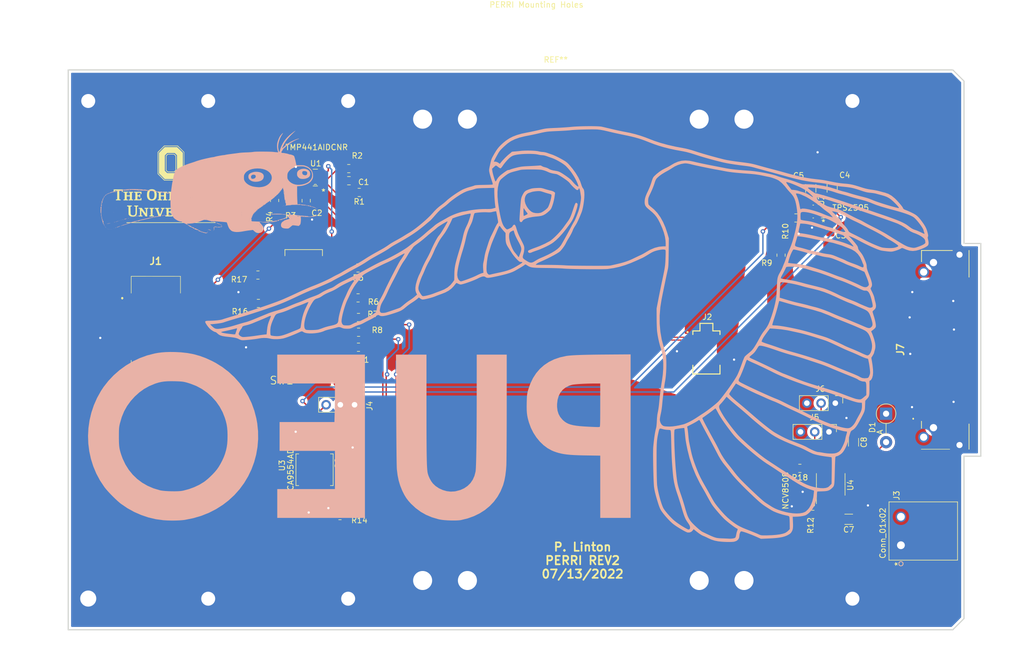
<source format=kicad_pcb>
(kicad_pcb (version 20211014) (generator pcbnew)
  (layers (0 "F.Cu" signal) (31 "B.Cu" signal) (34 "B.Paste" user) (35 "F.Paste" user) (36 "B.SilkS" user "B.Silkscreen") (37 "F.SilkS" user "F.Silkscreen") (38 "B.Mask" user) (39 "F.Mask" user) (44 "Edge.Cuts" user))
  (net 0 "")
  (net 1 "Net-(C1-Pad1)")
  (net 2 "GND")
  (net 3 "+12V")
  (net 4 "/12V_To_Hat")
  (net 5 "+5V")
  (net 6 "/DXN")
  (net 7 "/DXP")
  (net 8 "Net-(R16-Pad1)")
  (net 9 "Net-(R17-Pad1)")
  (net 10 "/SDA")
  (net 11 "/SCL")
  (net 12 "Net-(J6-Pad2)")
  (net 13 "/DS_EN")
  (net 14 "/To_Efuse_EN")
  (net 15 "/GPIO_EN")
  (net 16 "/TMP_A1")
  (net 17 "/TMP_A0")
  (net 18 "/FLT")
  (net 19 "/GPIO_A0")
  (net 20 "Net-(R18-Pad1)")
  (net 21 "/GPIO_A1")
  (net 22 "/GPIO_A2")
  (net 30 "Net-(C1-Pad2)")
  (net 31 "Net-(C3-Pad1)")
  (net 32 "Net-(C8-Pad2)")
  (net 40 "Net-(J5-Pad2)")
  (net 112 "Net-(R10-Pad1)")
  (net 113 "Net-(R12-Pad2)")
  (footprint "footprints:1757242" (layer "F.Cu") (at 237.11 126.05 90)
    (fp_text reference "J3")
    (fp_text value "Conn_01x02")
  )
  (footprint "Resistor_SMD:R_0805_2012Metric" (layer "F.Cu") (at 127.98 69.59 90)
    (fp_text reference "R3")
    (fp_text value "R_US")
  )
  (footprint "Capacitor_SMD:C_1206_3216Metric" (layer "F.Cu") (at 221.01 67.39 90)
    (fp_text reference "C5")
    (fp_text value "C_Polarized_US")
  )
  (footprint "footprints:OSU_Logo" (layer "F.Cu") (at 106.73 66.65)
    (fp_text reference "G***" hide)
    (fp_text value "LOGO" hide)
  )
  (footprint "Diode_THT:D_DO-41_SOD81_P5.08mm_Vertical_AnodeUp" (layer "F.Cu") (at 234.46 107.637818 -90)
    (fp_text reference "D1")
    (fp_text value "DIODE")
  )
  (footprint "Resistor_SMD:R_0805_2012Metric" (layer "F.Cu") (at 215.7 79.32 -90)
    (fp_text reference "R9")
    (fp_text value "R_US")
  )
  (footprint "Capacitor_SMD:C_1206_3216Metric" (layer "F.Cu") (at 224.83 67.37 90)
    (fp_text reference "C4")
    (fp_text value "C_Polarized_US")
  )
  (footprint "Resistor_SMD:R_0805_2012Metric" (layer "F.Cu") (at 140.35625 68.11 180)
    (fp_text reference "R1")
    (fp_text value "R_US")
  )
  (footprint "Resistor_SMD:R_0805_2012Metric" (layer "F.Cu") (at 140.15 86.95)
    (fp_text reference "R6")
    (fp_text value "R_US")
  )
  (footprint "footprints:PUEO150" (layer "F.Cu") (at 166.98 93.4)
    (fp_text reference "G***" hide)
    (fp_text value "LOGO" hide)
  )
  (footprint "footprints:302010030000" (layer "F.Cu") (at 103.8 92.1 -90)
    (fp_text reference "J1")
    (fp_text value "Conn_02x05_Counter_Clockwise" hide)
  )
  (footprint "footprints:SAMTEC_SS5-10-3.00-X-D-K-XX" (layer "F.Cu") (at 202.369396 96.233 90)
    (fp_text reference "J2")
    (fp_text value "SS5-10-3.00-X-D-K-XX")
  )
  (footprint "Connector_PinHeader_2.54mm:PinHeader_1x03_P2.54mm_Vertical" (layer "F.Cu") (at 139.52 106.04 -90)
    (fp_text reference "J4")
    (fp_text value "Conn_01x03")
  )
  (footprint "Capacitor_SMD:C_1206_3216Metric" (layer "F.Cu") (at 228.65 112.74 -90)
    (fp_text reference "C8")
    (fp_text value "0.1uF")
  )
  (footprint "Resistor_SMD:R_0805_2012Metric" (layer "F.Cu") (at 136.92 123.67 180)
    (fp_text reference "R15")
    (fp_text value "R_US")
  )
  (footprint "Capacitor_SMD:C_0805_2012Metric" (layer "F.Cu") (at 138.24 116.53 90)
    (fp_text reference "C6")
    (fp_text value "C_Small")
  )
  (footprint "footprints:FX23100S05SH" (layer "F.Cu") (at 245.027996 96.233 90)
    (fp_text reference "J7")
    (fp_text value "Conn_02x50_Counter_Clockwise" hide)
  )
  (footprint "Package_SO:SOIC-8-1EP_3.9x4.9mm_P1.27mm_EP2.514x3.2mm" (layer "F.Cu") (at 224.569725 120.262425 90)
    (fp_text reference "U4")
    (fp_text value "NCV8508")
  )
  (footprint "footprints:Perry" (layer "F.Cu") (at 113.77 67.73)
    (fp_text reference "G***" hide)
    (fp_text value "LOGO" hide)
  )
  (footprint "Resistor_SMD:R_0805_2012Metric" (layer "F.Cu") (at 140.24 93.08)
    (fp_text reference "R8")
    (fp_text value "R_US")
  )
  (footprint "Connector_PinHeader_2.54mm:PinHeader_1x03_P2.54mm_Vertical" (layer "F.Cu") (at 225.39 105.75 -90)
    (fp_text reference "J6")
    (fp_text value "Conn_01x03")
  )
  (footprint "Connector_PinHeader_2.54mm:PinHeader_1x03_P2.54mm_Vertical" (layer "F.Cu") (at 224.26 110.88 -90)
    (fp_text reference "J5")
    (fp_text value "Conn_01x03")
  )
  (footprint "Resistor_SMD:R_0805_2012Metric" (layer "F.Cu") (at 138.48625 63.86 180)
    (fp_text reference "R2")
    (fp_text value "R_US")
  )
  (footprint "Resistor_SMD:R_0805_2012Metric" (layer "F.Cu") (at 218.36 72.67 180)
    (fp_text reference "R10")
    (fp_text value "R_US")
  )
  (footprint "TPS441:TPS259525DSGR" (layer "F.Cu") (at 222.4352 71.5242 180)
    (fp_text reference "U2")
    (fp_text value "TPS2595")
  )
  (footprint "Capacitor_SMD:C_0805_2012Metric" (layer "F.Cu") (at 130.88 69.59 -90)
    (fp_text reference "C2")
    (fp_text value "C_Small")
  )
  (footprint "footprints:PERRI_Outline" (layer "F.Cu") (at 175.391196 90.2348)
    (fp_text reference "REF**")
    (fp_text value "PERRI_Outline")
    (fp_line (start 72.9882 24.9944) (end 72.9882 53.9944) (layer "Edge.Cuts") (width 0.2))
    (fp_line (start 75.9882 24.9944) (end 72.9882 24.9944) (layer "Edge.Cuts") (width 0.2))
    (fp_line (start 72.9882 -13.0056) (end 75.9882 -13.0056) (layer "Edge.Cuts") (width 0.2))
    (fp_line (start 70.9882 55.9944) (end -87.0118 55.9944) (layer "Edge.Cuts") (width 0.2))
    (fp_line (start 72.9882 -42.0056) (end 72.9882 -13.0056) (layer "Edge.Cuts") (width 0.2))
    (fp_line (start -87.0118 55.9944) (end -87.0118 -44.0056) (layer "Edge.Cuts") (width 0.2))
    (fp_line (start 75.9882 -13.0056) (end 75.9882 24.9944) (layer "Edge.Cuts") (width 0.2))
    (fp_line (start 70.9882 -44.0056) (end 72.9882 -42.0056) (layer "Edge.Cuts") (width 0.2))
    (fp_line (start -87.0118 -44.0056) (end 70.9882 -44.0056) (layer "Edge.Cuts") (width 0.2))
    (fp_line (start 72.9882 53.9944) (end 70.9882 55.9944) (layer "Edge.Cuts") (width 0.2))
  )
  (footprint "Resistor_SMD:R_0805_2012Metric" (layer "F.Cu") (at 122.26 82.87 180)
    (fp_text reference "R17")
    (fp_text value "R_US")
  )
  (footprint "Resistor_SMD:R_0805_2012Metric" (layer "F.Cu") (at 136.92 125.84 180)
    (fp_text reference "R14")
    (fp_text value "R_US")
  )
  (footprint "Resistor_SMD:R_0805_2012Metric" (layer "F.Cu") (at 219.06 117.4 180)
    (fp_text reference "R18")
    (fp_text value "R_US")
  )
  (footprint "Resistor_SMD:R_0805_2012Metric" (layer "F.Cu") (at 125.24 69.55 90)
    (fp_text reference "R4")
    (fp_text value "R_US")
  )
  (footprint "Resistor_SMD:R_0805_2012Metric" (layer "F.Cu") (at 140.22 95.76)
    (fp_text reference "R11")
    (fp_text value "R_US")
  )
  (footprint "footprints:TMP441AIDCNR" (layer "F.Cu") (at 132.514601 65.46165 180)
    (fp_text reference "U1")
    (fp_text value "TMP441AIDCNR")
  )
  (footprint "Resistor_SMD:R_0805_2012Metric" (layer "F.Cu") (at 140.14 81.6)
    (fp_text reference "R5")
    (fp_text value "R_US")
  )
  (footprint "PCA9554ADB:PCA9554ADB" (layer "F.Cu") (at 132.3775 117.64195 -90)
    (fp_text reference "U3")
    (fp_text value "PCA9554ADB")
  )
  (footprint "Resistor_SMD:R_0805_2012Metric" (layer "F.Cu") (at 135.39 101.93 180)
    (fp_text reference "R13")
    (fp_text value "R_US")
  )
  (footprint "Resistor_SMD:R_0805_2012Metric" (layer "F.Cu") (at 140.22 90.45)
    (fp_text reference "R7")
    (fp_text value "R_US")
  )
  (footprint "footprints:SW_219-8LPSTRF" (layer "F.Cu") (at 130.430299 89.23 180)
    (fp_text reference "SW1")
    (fp_text value "SW_DIP_x08")
  )
  (footprint "footprints:PERRI_Mounting_Holes" (layer "F.Cu") (at 172.579551 90.239551)
    (fp_text reference "PERRI Mounting Holes")
    (fp_text value "PERRI_Mounting_Holes")
  )
  (footprint "Capacitor_SMD:C_0805_2012Metric" (layer "F.Cu") (at 138.51625 66.02 180)
    (fp_text reference "C1")
    (fp_text value "C_Small")
  )
  (footprint "Capacitor_SMD:C_0805_2012Metric" (layer "F.Cu") (at 224.5 74.51 -90)
    (fp_text reference "C3")
    (fp_text value "C")
  )
  (footprint "Resistor_SMD:R_0805_2012Metric" (layer "F.Cu") (at 221.38 125.62)
    (fp_text reference "R12")
    (fp_text value "R_US")
  )
  (footprint "Capacitor_SMD:C_1206_3216Metric" (layer "F.Cu") (at 227.79 126.49 180)
    (fp_text reference "C7")
    (fp_text value "1uF")
  )
  (footprint "Resistor_SMD:R_0805_2012Metric" (layer "F.Cu") (at 122.34165 87.94 180)
    (fp_text reference "R16")
    (fp_text value "R_US")
  )
  (gr_text "P. Linton\nPERRI REV2\n07/13/2022" (at 180.25 133.86) (layer "F.SilkS") (effects (font (size 1.5 1.5) (thickness 0.3))))
  (segment (start 136.12625 68.12) (end 139.43375 68.12) (width 0.25) (layer "F.Cu") (net 1))
  (segment (start 133.708401 66.436649) (end 134.442899 66.436649) (width 0.25) (layer "F.Cu") (net 1))
  (segment (start 139.44375 66.0425) (end 139.46625 66.02) (width 0.25) (layer "F.Cu") (net 1))
  (segment (start 139.44375 68.11) (end 139.44375 66.0425) (width 0.25) (layer "F.Cu") (net 1))
  (segment (start 139.43375 68.12) (end 139.44375 68.11) (width 0.25) (layer "F.Cu") (net 1))
  (segment (start 134.442899 66.436649) (end 136.12625 68.12) (width 0.25) (layer "F.Cu") (net 1))
  (segment (start 130.102501 111.962501) (end 129 110.86) (width 0.25) (layer "F.Cu") (net 2))
  (segment (start 239.727 87.983) (end 238.67 89.04) (width 0.25) (layer "F.Cu") (net 2))
  (segment (start 126.125299 93.04) (end 123.09 93.04) (width 0.25) (layer "F.Cu") (net 2))
  (segment (start 247.478974 103.483) (end 246.42 104.541974) (width 0.25) (layer "F.Cu") (net 2))
  (segment (start 129.976651 64.486651) (end 129.04 63.55) (width 0.25) (layer "F.Cu") (net 2))
  (segment (start 241.801996 89.483) (end 239.347 89.483) (width 0.25) (layer "F.Cu") (net 2))
  (segment (start 239.713 86.483) (end 239.205 85.975) (width 0.25) (layer "F.Cu") (net 2))
  (segment (start 238.67 90.16) (end 238.67 90.43) (width 0.25) (layer "F.Cu") (net 2))
  (segment (start 239.090974 105.07) (end 239.090974 106.459026) (width 0.25) (layer "F.Cu") (net 2))
  (segment (start 240.677974 104.983) (end 239.090974 106.57) (width 0.25) (layer "F.Cu") (net 2))
  (segment (start 228.65 111.265) (end 228.65 109.67) (width 0.25) (layer "F.Cu") (net 2))
  (segment (start 241.801996 95.483) (end 240.617 95.483) (width 0.25) (layer "F.Cu") (net 2))
  (segment (start 198.603 94.983) (end 197.103 96.483) (width 0.25) (layer "F.Cu") (net 2))
  (segment (start 247.478974 89.483) (end 246.46 88.464026) (width 0.25) (layer "F.Cu") (net 2))
  (segment (start 239.685974 85.975) (end 239.205 85.975) (width 0.25) (layer "F.Cu") (net 2))
  (segment (start 246.46 86.001974) (end 247.478974 84.983) (width 0.25) (layer "F.Cu") (net 2))
  (segment (start 240.677974 84.983) (end 239.685974 85.975) (width 0.25) (layer "F.Cu") (net 2))
  (segment (start 198.853 95.983) (end 198.353 96.483) (width 0.25) (layer "F.Cu") (net 2))
  (segment (start 238.78 98.585026) (end 238.78 97.32) (width 0.25) (layer "F.Cu") (net 2))
  (segment (start 240.677974 100.483) (end 238.78 98.585026) (width 0.25) (layer "F.Cu") (net 2))
  (segment (start 246.941026 87.983) (end 246.46 87.501974) (width 0.25) (layer "F.Cu") (net 2))
  (segment (start 241.801996 92.483) (end 240.153 92.483) (width 0.25) (layer "F.Cu") (net 2))
  (segment (start 248.677996 104.983) (end 246.647 104.983) (width 0.25) (layer "F.Cu") (net 2))
  (segment (start 240.617 95.483) (end 238.985 97.115) (width 0.25) (layer "F.Cu") (net 2))
  (segment (start 223.21 61.31) (end 222.84 60.94) (width 0.25) (layer "F.Cu") (net 2))
  (segment (start 241.801996 84.983) (end 240.677974 84.983) (width 0.25) (layer "F.Cu") (net 2))
  (segment (start 198.603 97.983) (end 197.103 96.483) (width 0.25) (layer "F.Cu") (net 2))
  (segment (start 224.569725 120.262425) (end 220.887575 120.262425) (width 0.25) (layer "F.Cu") (net 2))
  (segment (start 238.78 96.95) (end 238.78 97.32) (width 0.25) (layer "F.Cu") (net 2))
  (segment (start 100.775 92.1) (end 96.1 92.1) (width 0.25) (layer "F.Cu") (net 2))
  (segment (start 200.034396 95.483) (end 198.733 95.483) (width 0.25) (layer "F.Cu") (net 2))
  (segment (start 241.801996 87.983) (end 239.727 87.983) (width 0.25) (layer "F.Cu") (net 2))
  (segment (start 246.42 104.541974) (end 246.42 105.21) (width 0.25) (layer "F.Cu") (net 2))
  (segment (start 247.478974 107.983) (end 246.42 106.924026) (width 0.25) (layer "F.Cu") (net 2))
  (segment (start 246.42 105.424026) (end 246.42 105.21) (width 0.25) (layer "F.Cu") (net 2))
  (segment (start 241.801996 90.983) (end 238.807 90.983) (width 0.25) (layer "F.Cu") (net 2))
  (segment (start 248.677996 103.483) (end 247.478974 103.483) (width 0.25) (layer "F.Cu") (net 2))
  (segment (start 241.801996 93.983) (end 240.677974 93.983) (width 0.25) (layer "F.Cu") (net 2))
  (segment (start 224.5 75.46) (end 222.29 75.46) (width 0.25) (layer "F.Cu") (net 2))
  (segment (start 240.153 92.483) (end 238.73 91.06) (width 0.25) (layer "F.Cu") (net 2))
  (segment (start 207.307 97.983) (end 207.31 97.98) (width 0.25) (layer "F.Cu") (net 2))
  (segment (start 122.43 98.12) (end 120.22 95.91) (width 0.25) (layer "F.Cu") (net 2))
  (segment (start 121.82 85.42) (end 121.3475 84.9475) (width 0.25) (layer "F.Cu") (net 2))
  (segment (start 239.205 85.975) (end 239.14 85.91) (width 0.25) (layer "F.Cu") (net 2))
  (segment (start 121.3475 84.9475) (end 119.7525 84.9475) (width 0.25) (layer "F.Cu") (net 2))
  (segment (start 222.00922 72.274201) (end 222.4352 71.848221) (width 0.25) (layer "F.Cu") (net 2))
  (segment (start 238.67 91) (end 238.73 91.06) (width 0.25) (layer "F.Cu") (net 2))
  (segment (start 239.090974 106.57) (end 238.97 106.57) (width 0.25) (layer "F.Cu") (net 2))
  (segment (start 224.569725 121.210275) (end 224.569725 120.262425) (width 0.25) (layer "F.Cu") (net 2))
  (segment (start 223.934725 121.845275) (end 224.569725 121.210275) (width 0.25) (layer "F.Cu") (net 2))
  (segment (start 247.478974 96.983) (end 246.35 95.854026) (width 0.25) (layer "F.Cu") (net 2))
  (segment (start 222.4352 73.1948) (end 221.23 74.4) (width 0.25) (layer "F.Cu") (net 2))
  (segment (start 240.677974 103.483) (end 239.090974 105.07) (width 0.25) (layer "F.Cu") (net 2))
  (segment (start 130.88 70.54) (end 130.88 71.91) (width 0.25) (layer "F.Cu") (net 2))
  (segment (start 248.677996 87.983) (end 246.941026 87.983) (width 0.25) (layer "F.Cu") (net 2))
  (segment (start 219.06 125.62) (end 217.62 124.18) (width 0.25) (layer "F.Cu") (net 2))
  (segment (start 248.677996 106.483) (end 247.478974 106.483) (width 0.25) (layer "F.Cu") (net 2))
  (segment (start 222.29 75.46) (end 221.23 74.4) (width 0.25) (layer "F.Cu") (net 2))
  (segment (start 121.66 90.5) (end 120.14 92.02) (width 0.25) (layer "F.Cu") (net 2))
  (segment (start 223.934725 122.899925) (end 223.934725 121.845275) (width 0.25) (layer "F.Cu") (net 2))
  (segment (start 221.01 65.915) (end 221.01 64.65) (width 0.25) (layer "F.Cu") (net 2))
  (segment (start 246.46 88.464026) (end 246.46 87.501974) (width 0.25) (layer "F.Cu") (net 2))
  (segment (start 241.801996 86.483) (end 239.713 86.483) (width 0.25) (layer "F.Cu") (net 2))
  (segment (start 223.21 62.45) (end 223.21 61.31) (width 0.25) (layer "F.Cu") (net 2))
  (segment (start 138.24 115.58) (end 138.24 114.61) (width 0.25) (layer "F.Cu") (net 2))
  (segment (start 120.14 95.83) (end 120.22 95.91) (width 0.25) (layer "F.Cu") (net 2))
  (segment (start 241.801996 104.983) (end 240.677974 104.983) (width 0.25) (layer "F.Cu") (net 2))
  (segment (start 247.478974 95.483) (end 246.35 94.354026) (width 0.25) (layer "F.Cu") (net 2))
  (segment (start 238.807 90.983) (end 238.73 91.06) (width 0.25) (layer "F.Cu") (net 2))
  (segment (start 200.034396 95.983) (end 198.853 95.983) (width 0.25) (layer "F.Cu") (net 2))
  (segment (start 238.67 89.04) (end 238.67 90.43) (width 0.25) (layer "F.Cu") (net 2))
  (segment (start 247.478974 84.983) (end 248.677996 84.983) (width 0.25) (layer "F.Cu") (net 2))
  (segment (start 204.704396 97.983) (end 207.307 97.983) (width 0.25) (layer "F.Cu") (net 2))
  (segment (start 241.801996 100.483) (end 240.677974 100.483) (width 0.25) (layer "F.Cu") (net 2))
  (segment (start 247.478974 90.983) (end 246.35 92.111974) (width 0.25) (layer "F.Cu") (net 2))
  (segment (start 220.887575 120.262425) (end 219.56 121.59) (width 0.25) (layer "F.Cu") (net 2))
  (segment (start 217.4475 72.67) (end 217.4475 74.0975) (width 0.25) (layer "F.Cu") (net 2))
  (segment (start 224.83 65.895) (end 224.83 64.07) (width 0.25) (layer "F.Cu") (net 2))
  (segment (start 200.034396 96.983) (end 198.853 96.983) (width 0.25) (layer "F.Cu") (net 2))
  (segment (start 126.125299 85.42) (end 121.82 85.42) (width 0.25) (layer "F.Cu") (net 2))
  (segment (start 239.737 106.483) (end 239.31 106.91) (width 0.25) (layer "F.Cu") (net 2))
  (segment (start 248.677996 92.483) (end 246.707 92.483) (width 0.25) (layer "F.Cu") (net 2))
  (segment (start 246.585 92.605) (end 246.35 92.84) (width 0.25) (layer "F.Cu") (net 2))
  (segment (start 204.704396 97.483) (end 206.813 97.483) (width 0.25) (layer "F.Cu") (net 2))
  (segment (start 241.801996 106.483) (end 239.737 106.483) (width 0.25) (layer "F.Cu") (net 2))
  (segment (start 246.46 87.501974) (end 246.46 86.001974) (width 0.25) (layer "F.Cu") (net 2))
  (segment (start 121.3475 84.9475) (end 121.3475 82.87) (width 0.25) (layer "F.Cu") (net 2))
  (segment (start 200.034396 94.983) (end 198.603 94.983) (width 0.25) (layer "F.Cu") (net 2))
  (segment (start 121.42915 85.02915) (end 121.3475 84.9475) (width 0.25) (layer "F.Cu") (net 2))
  (segment (start 239.090974 106.459026) (end 239.090974 106.57) (width 0.25) (layer "F.Cu") (net 2))
  (segment (start 120.14 92.02) (end 120.14 95.78) (width 0.25) (layer "F.Cu") (net 2))
  (segment (start 199.103 98.483) (end 198.603 97.983) (width 0.25) (layer "F.Cu") (net 2))
  (segment (start 222.91 62.75) (end 223.21 62.45) (width 0.25) (layer "F.Cu") (net 2))
  (segment (start 197.733 96.483) (end 197.103 96.483) (width 0.25) (layer "F.Cu") (net 2))
  (segment (start 247.478974 86.483) (end 246.46 87.501974) (width 0.25) (layer "F.Cu") (net 2))
  (segment (start 246.707 92.483) (end 246.585 92.605) (width 0.25) (layer "F.Cu") (net 2))
  (segment (start 229.265 126.49) (end 230.96 126.49) (width 0.25) (layer "F.Cu") (net 2))
  (segment (start 238.985 97.115) (end 238.78 97.32) (width 0.25) (layer "F.Cu") (net 2))
  (segment (start 239.117 96.983) (end 238.985 97.115) (width 0.25) (layer "F.Cu") (net 2))
  (segment (start 248.677996 89.483) (end 247.478974 89.483) (width 0.25) (layer "F.Cu") (net 2))
  (segment (start 126.125299 95.58) (end 120.55 95.58) (width 0.25) (layer "F.Cu") (net 2))
  (segment (start 246.647 104.983) (end 246.42 105.21) (width 0.25) (layer "F.Cu") (net 2))
  (segment (start 122.22 80.34) (end 121.3475 81.2125) (width 0.25) (layer "F.Cu") (net 2))
  (segment (start 248.677996 95.483) (end 247.478974 95.483) (width 0.25) (layer "F.Cu") (net 2))
  (segment (start 246.517987 105.522013) (end 246.42 105.424026) (width 0.25) (layer "F.Cu") (net 2))
  (segment (start 200.034396 96.483) (end 198.353 96.483) (width 0.25) (layer "F.Cu") (net 2))
  (segment (start 123.09 93.04) (end 120.22 95.91) (width 0.25) (layer "F.Cu") (net 2))
  (segment (start 130.102501 114.21295) (end 130.102501 111.962501) (width 0.25) (layer "F.Cu") (net 2))
  (segment (start 246.35 93.98) (end 246.35 92.84) (width 0.25) (layer "F.Cu") (net 2))
  (segment (start 200.034396 98.483) (end 199.103 98.483) (width 0.25) (layer "F.Cu") (net 2))
  (segment (start 248.677996 86.483) (end 247.478974 86.483) (width 0.25) (layer "F.Cu") (net 2))
  (segment (start 198.853 96.983) (end 198.353 96.483) (width 0.25) (layer "F.Cu") (net 2))
  (segment (start 206.807 98.483) (end 207.307 97.983) (width 0.25) (layer "F.Cu") (net 2))
  (segment (start 231.22 124.02) (end 231.22 126.23) (width 0.25) (layer "F.Cu") (net 2))
  (segment (start 247.493 93.983) (end 246.35 92.84) (width 0.25) (layer "F.Cu") (net 2))
  (segment (start 224.83 64.07) (end 223.21 62.45) (width 0.25) (layer "F.Cu") (net 2))
  (segment (start 200.034396 97.483) (end 198.733 97.483) (width 0.25) (layer "F.Cu") (net 2))
  (segment (start 126.125299 80.34) (end 122.22 80.34) (width 0.25) (layer "F.Cu") (net 2))
  (segment (start 121.42915 87.94) (end 121.42915 85.02915) (width 0.25) (layer "F.Cu") (net 2))
  (segment (start 130.88 71.91) (end 131.93 72.96) (width 0.25) (layer "F.Cu") (net 2))
  (segment (start 126.125299 98.12) (end 122.43 98.12) (width 0.25) (layer "F.Cu") (net 2))
  (segment (start 248.677996 90.983) (end 247.478974 90.983) (width 0.25) (layer "F.Cu") (net 2))
  (segment (start 240.383 107.983) (end 239.31 106.91) (width 0.25) (layer "F.Cu") (net 2))
  (segment (start 240.677974 93.983) (end 238.78 95.880974) (width 0.25) (layer "F.Cu") (net 2))
  (segment (start 198.353 96.483) (end 197.733 96.483) (width 0.25) (layer "F.Cu") (net 2))
  (segment (start 126.125299 90.5) (end 121.66 90.5) (width 0.25) (layer "F.Cu") (net 2))
  (segment (start 246.35 92.111974) (end 246.35 92.84) (width 0.25) (layer "F.Cu") (net 2))
  (segment (start 239.347 89.483) (end 238.67 90.16) (width 0.25) (layer "F.Cu") (net 2))
  (segment (start 220.4675 125.62) (end 219.06 125.62) (width 0.25) (layer "F.Cu") (net 2))
  (segment (start 131.320801 64.486651) (end 129.976651 64.486651) (width 0.25) (layer "F.Cu") (net 2))
  (segment (start 217.4475 74.0975) (end 218.85 75.5) (width 0.25) (layer "F.Cu") (net 2))
  (segment (start 246.35 94.354026) (end 246.35 93.98) (width 0.25) (layer "F.Cu") (net 2))
  (segment (start 206.813 97.483) (end 207.31 97.98) (width 0.25) (layer "F.Cu") (net 2))
  (segment (start 138.24 114.61) (end 139.18 113.67) (width 0.25) (layer "F.Cu") (net 2))
  (segment (start 246.42 106.924026) (end 246.42 105.424026) (width 0.25) (layer "F.Cu") (net 2))
  (segment (start 246.35 95.854026) (end 246.35 93.98) (width 0.25) (layer "F.Cu") (net 2))
  (segment (start 222.4352 71.848221) (end 222.4352 71.524203) (width 0.25) (layer "F.Cu") (net 2))
  (segment (start 248.677996 93.983) (end 247.493 93.983) (width 0.25) (layer "F.Cu") (net 2))
  (segment (start 221.01 64.65) (end 222.91 62.75) (width 0.25) (layer "F.Cu") (net 2))
  (segment (start 198.733 97.483) (end 197.733 96.483) (width 0.25) (layer "F.Cu") (net 2))
  (segment (start 120.55 95.58) (end 120.22 95.91) (width 0.25) (layer "F.Cu") (net 2))
  (segment (start 198.733 95.483) (end 197.733 96.483) (width 0.25) (layer "F.Cu") (net 2))
  (segment (start 247.478974 106.483) (end 246.517987 105.522013) (width 0.25) (layer "F.Cu") (net 2))
  (segment (start 228.65 109.67) (end 227.38 108.4) (width 0.25) (layer "F.Cu") (net 2))
  (segment (start 241.801996 107.983) (end 240.383 107.983) (width 0.25) (layer "F.Cu") (net 2))
  (segment (start 96.1 92.1) (end 94.1 94.1) (width 0.25) (layer "F.Cu") (net 2))
  (segment (start 241.801996 103.483) (end 240.677974 103.483) (width 0.25) (layer "F.Cu") (net 2))
  (segment (start 121.3475 81.2125) (end 121.3475 82.87) (width 0.25) (layer "F.Cu") (net 2))
  (segment (start 221.485199 72.274201) (end 222.00922 72.274201) (width 0.25) (layer "F.Cu") (net 2))
  (segment (start 239.31 106.91) (end 238.97 106.57) (width 0.25) (layer "F.Cu") (net 2))
  (segment (start 120.14 95.78) (end 120.14 95.83) (width 0.25) (layer "F.Cu") (net 2))
  (segment (start 231.22 126.23) (end 230.96 126.49) (width 0.25) (layer "F.Cu") (net 2))
  (segment (start 238.78 95.880974) (end 238.78 96.95) (width 0.25) (layer "F.Cu") (net 2))
  (segment (start 241.801996 96.983) (end 239.117 96.983) (width 0.25) (layer "F.Cu") (net 2))
  (segment (start 222.4352 71.524203) (end 222.4352 73.1948) (width 0.25) (layer "F.Cu") (net 2))
  (segment (start 204.704396 98.483) (end 206.807 98.483) (width 0.25) (layer "F.Cu") (net 2))
  (segment (start 222.84 60.94) (end 222.23 60.94) (width 0.25) (layer "F.Cu") (net 2))
  (segment (start 119.7525 84.9475) (end 118.78 85.92) (width 0.25) (layer "F.Cu") (net 2))
  (segment (start 248.677996 107.983) (end 247.478974 107.983) (width 0.25) (layer "F.Cu") (net 2))
  (segment (start 200.034396 97.983) (end 198.603 97.983) (width 0.25) (layer "F.Cu") (net 2))
  (segment (start 248.677996 96.983) (end 247.478974 96.983) (width 0.25) (layer "F.Cu") (net 2))
  (segment (start 238.67 90.43) (end 238.67 91) (width 0.25) (layer "F.Cu") (net 2))
  (via (at 118.78 85.92) (size 0.8) (drill 0.4) (layers "F.Cu" "B.Cu") (net 2))
  (via (at 131.93 72.96) (size 0.8) (drill 0.4) (layers "F.Cu" "B.Cu") (net 2))
  (via (at 238.67 90.43) (size 0.8) (drill 0.4) (layers "F.Cu" "B.Cu") (net 2))
  (via (at 139.18 113.67) (size 0.8) (drill 0.4) (layers "F.Cu" "B.Cu") (net 2))
  (via (at 129 110.86) (size 0.8) (drill 0.4) (layers "F.Cu" "B.Cu") (net 2))
  (via (at 129.04 63.55) (size 0.8) (drill 0.4) (layers "F.Cu" "B.Cu") (net 2))
  (via (at 221.23 74.4) (size 0.8) (drill 0.4) (layers "F.Cu" "B.Cu") (net 2))
  (via (at 239.090974 106.459026) (size 0.8) (drill 0.4) (layers "F.Cu" "B.Cu") (net 2))
  (via (at 222.23 60.94) (size 0.8) (drill 0.4) (layers "F.Cu" "B.Cu") (net 2))
  (via (at 197.103 96.483) (size 0.8) (drill 0.4) (layers "F.Cu" "B.Cu") (net 2))
  (via (at 239.14 85.91) (size 0.8) (drill 0.4) (layers "F.Cu" "B.Cu") (net 2))
  (via (at 219.56 121.59) (size 0.8) (drill 0.4) (layers "F.Cu" "B.Cu") (net 2))
  (via (at 94.1 94.1) (size 0.8) (drill 0.4) (layers "F.Cu" "B.Cu") (net 2))
  (via (at 217.62 124.18) (size 0.8) (drill 0.4) (layers "F.Cu" "B.Cu") (net 2))
  (via (at 246.517987 105.522013) (size 0.8) (drill 0.4) (layers "F.Cu" "B.Cu") (net 2))
  (via (at 227.38 108.4) (size 0.8) (drill 0.4) (layers "F.Cu" "B.Cu") (net 2))
  (via (at 231.22 124.02) (size 0.8) (drill 0.4) (layers "F.Cu" "B.Cu") (net 2))
  (via (at 238.78 96.95) (size 0.8) (drill 0.4) (layers "F.Cu" "B.Cu") (net 2))
  (via (at 207.31 97.98) (size 0.8) (drill 0.4) (layers "F.Cu" "B.Cu") (net 2))
  (via (at 246.585 92.605) (size 0.8) (drill 0.4) (layers "F.Cu" "B.Cu") (net 2))
  (via (at 246.46 87.501974) (size 0.8) (drill 0.4) (layers "F.Cu" "B.Cu") (net 2))
  (via (at 120.14 95.78) (size 0.8) (drill 0.4) (layers "F.Cu" "B.Cu") (net 2))
  (via (at 218.85 75.5) (size 0.8) (drill 0.4) (layers "F.Cu" "B.Cu") (net 2))
  (segment (start 223.385201 71.2742) (end 223.8558 71.2742) (width 0.25) (layer "F.Cu") (net 3))
  (segment (start 223.8558 71.2742) (end 224.28 70.85) (width 0.25) (layer "F.Cu") (net 3))
  (segment (start 221.054202 70.774202) (end 220.75 70.47) (width 0.25) (layer "F.Cu") (net 4))
  (segment (start 221.485199 70.774202) (end 221.054202 70.774202) (width 0.25) (layer "F.Cu") (net 4))
  (segment (start 205.537 96.983) (end 206.04 96.48) (width 0.25) (layer "F.Cu") (net 4))
  (segment (start 204.704396 96.983) (end 205.537 96.983) (width 0.25) (layer "F.Cu") (net 4))
  (segment (start 131.3 67.41) (end 130.89 67.41) (width 0.25) (layer "F.Cu") (net 5))
  (segment (start 131.320801 66.436649) (end 131.320801 67.389199) (width 0.25) (layer "F.Cu") (net 5))
  (segment (start 131.320801 67.389199) (end 131.3 67.41) (width 0.25) (layer "F.Cu") (net 5))
  (segment (start 130.88 67.42) (end 130.88 68.64) (width 0.25) (layer "F.Cu") (net 5))
  (segment (start 130.89 67.41) (end 130.88 67.42) (width 0.25) (layer "F.Cu") (net 5))
  (segment (start 184.48 86.93048) (end 186.555487 86.930481) (width 0.2) (layer "F.Cu") (net 6))
  (segment (start 186.555487 86.930481) (end 193.032503 93.407497) (width 0.2) (layer "F.Cu") (net 6))
  (segment (start 193.032503 93.407497) (end 193.608006 93.983) (width 0.2) (layer "F.Cu") (net 6))
  (segment (start 140.47 63.86) (end 144.245006 63.86) (width 0.2) (layer "F.Cu") (net 6))
  (segment (start 193.608006 93.983) (end 200.034396 93.983) (width 0.2) (layer "F.Cu") (net 6))
  (segment (start 144.245006 63.86) (end 149.637503 69.252497) (width 0.2) (layer "F.Cu") (net 6))
  (segment (start 149.637503 69.252497) (end 167.315486 86.93048) (width 0.2) (layer "F.Cu") (net 6))
  (segment (start 139.39875 63.86) (end 140.47 63.86) (width 0.2) (layer "F.Cu") (net 6))
  (segment (start 167.315486 86.93048) (end 184.48 86.93048) (width 0.2) (layer "F.Cu") (net 6))
  (segment (start 167.15 87.33) (end 186.39 87.33) (width 0.2) (layer "F.Cu") (net 7))
  (segment (start 193.543 94.483) (end 200.034396 94.483) (width 0.2) (layer "F.Cu") (net 7))
  (segment (start 141.26875 68.11) (end 147.93 68.11) (width 0.2) (layer "F.Cu") (net 7))
  (segment (start 147.93 68.11) (end 167.15 87.33) (width 0.2) (layer "F.Cu") (net 7))
  (segment (start 186.39 87.33) (end 193.543 94.483) (width 0.2) (layer "F.Cu") (net 7))
  (segment (start 126.125299 87.96) (end 123.27415 87.96) (width 0.25) (layer "F.Cu") (net 8))
  (segment (start 123.27415 87.96) (end 123.25415 87.94) (width 0.25) (layer "F.Cu") (net 8))
  (segment (start 123.1825 82.88) (end 126.125299 82.88) (width 0.25) (layer "F.Cu") (net 9))
  (segment (start 123.1725 82.87) (end 123.1825 82.88) (width 0.25) (layer "F.Cu") (net 9))
  (segment (start 134.87 128.82) (end 141.65952 128.82) (width 0.25) (layer "F.Cu") (net 10))
  (segment (start 246.287 84.483) (end 248.677996 84.483) (width 0.25) (layer "F.Cu") (net 10))
  (segment (start 92.21 102.55) (end 94.674282 102.55) (width 0.25) (layer "F.Cu") (net 10))
  (segment (start 134.49 123.67) (end 136.0075 123.67) (width 0.25) (layer "F.Cu") (net 10))
  (segment (start 127.423351 65.136649) (end 126.035 66.525) (width 0.25) (layer "F.Cu") (net 10))
  (segment (start 94.5 83.39) (end 92.21 85.68) (width 0.25) (layer "F.Cu") (net 10))
  (segment (start 114.112141 121.987859) (end 115.604282 123.48) (width 0.25) (layer "F.Cu") (net 10))
  (segment (start 123.17 68.61) (end 125.255 66.525) (width 0.25) (layer "F.Cu") (net 10))
  (segment (start 107.275 87.02) (end 107.275 86.995) (width 0.25) (layer "F.Cu") (net 10))
  (segment (start 134.84 124.5) (end 134.84 124.02) (width 0.25) (layer "F.Cu") (net 10))
  (segment (start 94.674282 102.55) (end 114.112141 121.987859) (width 0.25) (layer "F.Cu") (net 10))
  (segment (start 146.79 123.68952) (end 200.57 123.68952) (width 0.25) (layer "F.Cu") (net 10))
  (segment (start 208.39 131.50952) (end 229.553802 131.50952) (width 0.25) (layer "F.Cu") (net 10))
  (segment (start 245.56952 129.996197) (end 245.56952 124.32048) (width 0.25) (layer "F.Cu") (net 10))
  (segment (start 125.255 66.525) (end 126.035 66.525) (width 0.25) (layer "F.Cu") (net 10))
  (segment (start 107.275 86.995) (end 123.17 71.1) (width 0.25) (layer "F.Cu") (net 10))
  (segment (start 126.035 66.525) (end 125.24 67.32) (width 0.25) (layer "F.Cu") (net 10))
  (segment (start 233.163803 135.11952) (end 240.446198 135.11952) (width 0.25) (layer "F.Cu") (net 10))
  (segment (start 131.33 125.28) (end 134.87 128.82) (width 0.25) (layer "F.Cu") (net 10))
  (segment (start 115.604282 123.48) (end 128.95 123.48) (width 0.25) (layer "F.Cu") (net 10))
  (segment (start 134.84 124.02) (end 134.49 123.67) (width 0.25) (layer "F.Cu") (net 10))
  (segment (start 128.95 123.48) (end 129.53 123.48) (width 0.25) (layer "F.Cu") (net 10))
  (segment (start 106.39 87.02) (end 102.76 83.39) (width 0.25) (layer "F.Cu") (net 10))
  (segment (start 200.57 123.68952) (end 208.39 131.50952) (width 0.25) (layer "F.Cu") (net 10))
  (segment (start 229.553802 131.50952) (end 233.163803 135.11952) (width 0.25) (layer "F.Cu") (net 10))
  (segment (start 240.446198 135.11952) (end 245.56952 129.996197) (width 0.25) (layer "F.Cu") (net 10))
  (segment (start 125.24 67.32) (end 125.24 68.6375) (width 0.25) (layer "F.Cu") (net 10))
  (segment (start 131.320801 65.136649) (end 127.423351 65.136649) (width 0.25) (layer "F.Cu") (net 10))
  (segment (start 141.65952 128.82) (end 146.79 123.68952) (width 0.25) (layer "F.Cu") (net 10))
  (segment (start 245.67 124.22) (end 245.67 85.1) (width 0.25) (layer "F.Cu") (net 10))
  (segment (start 245.67 85.1) (end 246.287 84.483) (width 0.25) (layer "F.Cu") (net 10))
  (segment (start 107.275 87.02) (end 106.39 87.02) (width 0.25) (layer "F.Cu") (net 10))
  (segment (start 123.17 71.1) (end 123.17 68.61) (width 0.25) (layer "F.Cu") (net 10))
  (segment (start 134.002498 121.07095) (end 134.002498 123.182498) (width 0.25) (layer "F.Cu") (net 10))
  (segment (start 134.002498 123.182498) (end 134.49 123.67) (width 0.25) (layer "F.Cu") (net 10))
  (segment (start 92.21 85.68) (end 92.21 102.55) (width 0.25) (layer "F.Cu") (net 10))
  (segment (start 129.53 123.48) (end 131.33 125.28) (width 0.25) (layer "F.Cu") (net 10))
  (segment (start 102.76 83.39) (end 94.5 83.39) (width 0.25) (layer "F.Cu") (net 10))
  (segment (start 245.56952 124.32048) (end 245.67 124.22) (width 0.25) (layer "F.Cu") (net 10))
  (via (at 134.84 124.5) (size 0.8) (drill 0.4) (layers "F.Cu" "B.Cu") (net 10))
  (via (at 131.33 125.28) (size 0.8) (drill 0.4) (layers "F.Cu" "B.Cu") (net 10))
  (segment (start 131.33 125.28) (end 132.11 124.5) (width 0.25) (layer "B.Cu") (net 10))
  (segment (start 132.11 124.5) (end 134.84 124.5) (width 0.25) (layer "B.Cu") (net 10))
  (segment (start 115.722499 122.962499) (end 133.347501 122.962499) (width 0.25) (layer "F.Cu") (net 11))
  (segment (start 136.0075 125.84) (end 136.0075 126.8575) (width 0.25) (layer "F.Cu") (net 11))
  (segment (start 128.085 66.235) (end 128.54 65.78) (width 0.25) (layer "F.Cu") (net 11))
  (segment (start 109.26 89.56) (end 107.275 89.56) (width 0.25) (layer "F.Cu") (net 11))
  (segment (start 128.546651 65.786651) (end 131.320801 65.786651) (width 0.25) (layer "F.Cu") (net 11))
  (segment (start 146.54 123.24) (end 158.88 123.24) (width 0.25) (layer "F.Cu") (net 11))
  (segment (start 126.68 67.64) (end 128.085 66.235) (width 0.25) (layer "F.Cu") (net 11))
  (segment (start 133.352499 122.957501) (end 133.352499 121.07095) (width 0.25) (layer "F.Cu") (net 11))
  (segment (start 137.5 128.35) (end 141.43 128.35) (width 0.25) (layer "F.Cu") (net 11))
  (segment (start 229.74 131.06) (end 233.35 134.67) (width 0.25) (layer "F.Cu") (net 11))
  (segment (start 208.62 131.06) (end 229.74 131.06) (width 0.25) (layer "F.Cu") (net 11))
  (segment (start 245.12 120.07) (end 245.01 119.96) (width 0.25) (layer "F.Cu") (net 11))
  (segment (start 107.275 89.56) (end 110.53 89.56) (width 0.25) (layer "F.Cu") (net 11))
  (segment (start 141.43 128.35) (end 146.54 123.24) (width 0.25) (layer "F.Cu") (net 11))
  (segment (start 245.12 129.81) (end 245.12 120.07) (width 0.25) (layer "F.Cu") (net 11))
  (segment (start 128.54 65.78) (end 128.546651 65.786651) (width 0.25) (layer "F.Cu") (net 11))
  (segment (start 158.88 123.24) (end 159.15 122.97) (width 0.25) (layer "F.Cu") (net 11))
  (segment (start 133.352499 122.957501) (end 133.352499 124.282499) (width 0.25) (layer "F.Cu") (net 11))
  (segment (start 124.23 74.58) (end 126.68 72.13) (width 0.25) (layer "F.Cu") (net 11))
  (segment (start 127.98 68.6775) (end 127.98 66.34) (width 0.25) (layer "F.Cu") (net 11))
  (segment (start 245.01 84.74) (end 245.767 83.983) (width 0.25) (layer "F.Cu") (net 11))
  (segment (start 111.19 118.43) (end 115.722499 122.962499) (width 0.25) (layer "F.Cu") (net 11))
  (segment (start 133.347501 122.962499) (end 133.352499 122.957501) (width 0.25) (layer "F.Cu") (net 11))
  (segment (start 136.0075 126.8575) (end 137.5 128.35) (width 0.25) (layer "F.Cu") (net 11))
  (segment (start 245.01 119.96) (end 245.01 84.74) (width 0.25) (layer "F.Cu") (net 11))
  (segment (start 111.19 90.22) (end 111.19 118.43) (width 0.25) (layer "F.Cu") (net 11))
  (segment (start 233.35 134.67) (end 240.26 134.67) (width 0.25) (layer "F.Cu") (net 11))
  (segment (start 245.767 83.983) (end 248.677996 83.983) (width 0.25) (layer "F.Cu") (net 11))
  (segment (start 126.68 72.13) (end 126.68 67.64) (width 0.25) (layer "F.Cu") (net 11))
  (segment (start 115.11 83.71) (end 109.26 89.56) (width 0.25) (layer "F.Cu") (net 11))
  (segment (start 110.53 89.56) (end 111.19 90.22) (width 0.25) (layer "F.Cu") (net 11))
  (segment (start 134.94 125.87) (end 135.9775 125.87) (width 0.25) (layer "F.Cu") (net 11))
  (segment (start 135.9775 125.87) (end 136.0075 125.84) (width 0.25) (layer "F.Cu") (net 11))
  (segment (start 159.15 122.97) (end 200.53 122.97) (width 0.25) (layer "F.Cu") (net 11))
  (segment (start 240.26 134.67) (end 245.12 129.81) (width 0.25) (layer "F.Cu") (net 11))
  (segment (start 133.352499 124.282499) (end 134.94 125.87) (width 0.25) (layer "F.Cu") (net 11))
  (segment (start 200.53 122.97) (end 208.62 131.06) (width 0.25) (layer "F.Cu") (net 11))
  (segment (start 127.98 66.34) (end 128.085 66.235) (width 0.25) (layer "F.Cu") (net 11))
  (via (at 115.11 83.71) (size 0.8) (drill 0.4) (layers "F.Cu" "B.Cu") (net 11))
  (via (at 124.23 74.58) (size 0.8) (drill 0.4) (layers "F.Cu" "B.Cu") (net 11))
  (segment (start 124.23 74.58) (end 115.11 83.7) (width 0.25) (layer "B.Cu") (net 11))
  (segment (start 115.11 83.7) (end 115.11 83.71) (width 0.25) (layer "B.Cu") (net 11))
  (segment (start 225.204725 117.624925) (end 225.204725 114.425275) (width 0.25) (layer "F.Cu") (net 12))
  (segment (start 226.48 113.15) (end 226.48 109.43) (width 0.25) (layer "F.Cu") (net 12))
  (segment (start 225.42 108.37) (end 223.04 108.37) (width 0.25) (layer "F.Cu") (net 12))
  (segment (start 223.04 108.37) (end 222.85 108.18) (width 0.25) (layer "F.Cu") (net 12))
  (segment (start 225.204725 114.425275) (end 226.48 113.15) (width 0.25) (layer "F.Cu") (net 12))
  (segment (start 222.85 108.18) (end 222.85 105.75) (width 0.25) (layer "F.Cu") (net 12))
  (segment (start 226.48 109.43) (end 225.42 108.37) (width 0.25) (layer "F.Cu") (net 12))
  (segment (start 139.52 106.04) (end 139.52 101.81) (width 0.25) (layer "F.Cu") (net 13))
  (segment (start 136.3025 101.93) (end 137.01 101.93) (width 0.25) (layer "F.Cu") (net 13))
  (segment (start 136.973299 98.12) (end 134.735299 98.12) (width 0.25) (layer "F.Cu") (net 13))
  (segment (start 137.01 101.93) (end 138.325 100.615) (width 0.25) (layer "F.Cu") (net 13))
  (segment (start 136.973299 99.263299) (end 136.973299 98.12) (width 0.25) (layer "F.Cu") (net 13))
  (segment (start 139.52 101.81) (end 138.325 100.615) (width 0.25) (layer "F.Cu") (net 13))
  (segment (start 138.325 100.615) (end 136.973299 99.263299) (width 0.25) (layer "F.Cu") (net 13))
  (segment (start 223.385201 71.774202) (end 225.614202 71.774202) (width 0.25) (layer "F.Cu") (net 14))
  (segment (start 225.614202 71.774202) (end 226.37 72.53) (width 0.25) (layer "F.Cu") (net 14))
  (via (at 226.37 72.53) (size 0.8) (drill 0.4) (layers "F.Cu" "B.Cu") (net 14))
  (segment (start 226.37 73.941201) (end 196.551201 103.76) (width 0.25) (layer "B.Cu") (net 14))
  (segment (start 226.37 72.53) (end 226.37 73.941201) (width 0.25) (layer "B.Cu") (net 14))
  (segment (start 137.42 103.76) (end 136.96 104.22) (width 0.25) (layer "B.Cu") (net 14))
  (segment (start 136.98 104.24) (end 136.98 106.04) (width 0.25) (layer "B.Cu") (net 14))
  (segment (start 136.96 104.22) (end 136.98 104.24) (width 0.25) (layer "B.Cu") (net 14))
  (segment (start 196.551201 103.76) (end 137.42 103.76) (width 0.25) (layer "B.Cu") (net 14))
  (segment (start 132.702501 114.21295) (end 132.702501 107.777499) (width 0.25) (layer "F.Cu") (net 15))
  (segment (start 132.702501 107.777499) (end 134.44 106.04) (width 0.25) (layer "F.Cu") (net 15))
  (segment (start 138.14 85.56) (end 137.7 86) (width 0.25) (layer "F.Cu") (net 16))
  (segment (start 143.37 79.33) (end 143.37 83.41) (width 0.25) (layer "F.Cu") (net 16))
  (segment (start 132.798001 65.136649) (end 132.72349 65.21116) (width 0.25) (layer "F.Cu") (net 16))
  (segment (start 137.13 87.26) (end 137.13 86.57) (width 0.25) (layer "F.Cu") (net 16))
  (segment (start 133.708401 65.136649) (end 132.798001 65.136649) (width 0.25) (layer "F.Cu") (net 16))
  (segment (start 141.22 85.56) (end 138.14 85.56) (width 0.25) (layer "F.Cu") (net 16))
  (segment (start 136.43 87.96) (end 137.13 87.26) (width 0.25) (layer "F.Cu") (net 16))
  (segment (start 143.37 83.41) (end 141.22 85.56) (width 0.25) (layer "F.Cu") (net 16))
  (segment (start 138.8575 86.57) (end 139.2375 86.95) (width 0.25) (layer "F.Cu") (net 16))
  (segment (start 132.72349 68.68349) (end 143.37 79.33) (width 0.25) (layer "F.Cu") (net 16))
  (segment (start 134.735299 87.96) (end 136.43 87.96) (width 0.25) (layer "F.Cu") (net 16))
  (segment (start 137.13 86.57) (end 137.7 86.57) (width 0.25) (layer "F.Cu") (net 16))
  (segment (start 136.65 85.42) (end 134.735299 85.42) (width 0.25) (layer "F.Cu") (net 16))
  (segment (start 137.13 85.9) (end 136.65 85.42) (width 0.25) (layer "F.Cu") (net 16))
  (segment (start 132.72349 65.21116) (end 132.72349 68.68349) (width 0.25) (layer "F.Cu") (net 16))
  (segment (start 137.13 86.57) (end 137.13 85.9) (width 0.25) (layer "F.Cu") (net 16))
  (segment (start 137.7 86) (end 137.7 86.57) (width 0.25) (layer "F.Cu") (net 16))
  (segment (start 137.7 86.57) (end 138.8575 86.57) (width 0.25) (layer "F.Cu") (net 16))
  (segment (start 135.44 76.76) (end 138.14 79.46) (width 0.25) (layer "F.Cu") (net 17))
  (segment (start 134.563349 64.486651) (end 134.83 64.22) (width 0.25) (layer "F.Cu") (net 17))
  (segment (start 138 81.56) (end 139.1875 81.56) (width 0.25) (layer "F.Cu") (net 17))
  (segment (start 136.73 82.88) (end 137.27 82.34) (width 0.25) (layer "F.Cu") (net 17))
  (segment (start 133.708401 64.486651) (end 134.563349 64.486651) (width 0.25) (layer "F.Cu") (net 17))
  (segment (start 138.14 81.42) (end 138 81.56) (width 0.25) (layer "F.Cu") (net 17))
  (segment (start 137.27 81.56) (end 138 81.56) (width 0.25) (layer "F.Cu") (net 17))
  (segment (start 137.27 82.34) (end 137.27 81.56) (width 0.25) (layer "F.Cu") (net 17))
  (segment (start 137.27 81.56) (end 137.27 80.94) (width 0.25) (layer "F.Cu") (net 17))
  (segment (start 135.44 75.1) (end 135.44 76.76) (width 0.25) (layer "F.Cu") (net 17))
  (segment (start 139.1875 81.56) (end 139.2275 81.6) (width 0.25) (layer "F.Cu") (net 17))
  (segment (start 137.27 80.94) (end 136.67 80.34) (width 0.25) (layer "F.Cu") (net 17))
  (segment (start 136.67 80.34) (end 134.735299 80.34) (width 0.25) (layer "F.Cu") (net 17))
  (segment (start 134.83 64.22) (end 134.83 63.43) (width 0.25) (layer "F.Cu") (net 17))
  (segment (start 138.14 79.46) (end 138.14 81.42) (width 0.25) (layer "F.Cu") (net 17))
  (segment (start 134.735299 82.88) (end 136.73 82.88) (width 0.25) (layer "F.Cu") (net 17))
  (via (at 135.44 75.1) (size 0.8) (drill 0.4) (layers "F.Cu" "B.Cu") (net 17))
  (via (at 134.83 63.43) (size 0.8) (drill 0.4) (layers "F.Cu" "B.Cu") (net 17))
  (segment (start 135.44 64.04) (end 135.44 75.1) (width 0.25) (layer "B.Cu") (net 17))
  (segment (start 134.83 63.43) (end 135.44 64.04) (width 0.25) (layer "B.Cu") (net 17))
  (segment (start 215.31 73.42) (end 214.12 73.42) (width 0.25) (layer "F.Cu") (net 18))
  (segment (start 215.7358 71.2742) (end 215.31 71.7) (width 0.25) (layer "F.Cu") (net 18))
  (segment (start 221.485199 71.2742) (end 215.7358 71.2742) (width 0.25) (layer "F.Cu") (net 18))
  (segment (start 215.74 78.3675) (end 215.7 78.4075) (width 0.25) (layer "F.Cu") (net 18))
  (segment (start 130.23 105.38) (end 132.052502 107.202502) (width 0.25) (layer "F.Cu") (net 18))
  (segment (start 215.31 73.42) (end 215.31 76.55) (width 0.25) (layer "F.Cu") (net 18))
  (segment (start 215.31 76.55) (end 215.74 76.98) (width 0.25) (layer "F.Cu") (net 18))
  (segment (start 215.74 76.98) (end 215.74 78.3675) (width 0.25) (layer "F.Cu") (net 18))
  (segment (start 215.31 71.7) (end 215.31 73.42) (width 0.25) (layer "F.Cu") (net 18))
  (segment (start 132.052502 107.202502) (end 132.052502 114.21295) (width 0.25) (layer "F.Cu") (net 18))
  (segment (start 214.12 73.42) (end 212.46 75.08) (width 0.25) (layer "F.Cu") (net 18))
  (via (at 130.23 105.38) (size 0.8) (drill 0.4) (layers "F.Cu" "B.Cu") (net 18))
  (via (at 212.46 75.08) (size 0.8) (drill 0.4) (layers "F.Cu" "B.Cu") (net 18))
  (segment (start 212.46 79.01) (end 209.68 81.79) (width 0.25) (layer "B.Cu") (net 18))
  (segment (start 132.74 102.87) (end 130.23 105.38) (width 0.25) (layer "B.Cu") (net 18))
  (segment (start 209.68 81.79) (end 188.6 102.87) (width 0.25) (layer "B.Cu") (net 18))
  (segment (start 212.46 75.08) (end 212.46 79.01) (width 0.25) (layer "B.Cu") (net 18))
  (segment (start 188.6 102.87) (end 136.84 102.87) (width 0.25) (layer "B.Cu") (net 18))
  (segment (start 136.84 102.87) (end 132.74 102.87) (width 0.25) (layer "B.Cu") (net 18))
  (segment (start 146.95 100.61) (end 146.95 106.685717) (width 0.25) (layer "F.Cu") (net 19))
  (segment (start 146.95 106.685717) (end 144.026677 109.60904) (width 0.25) (layer "F.Cu") (net 19))
  (segment (start 145.6 91.73) (end 149.27 91.73) (width 0.25) (layer "F.Cu") (net 19))
  (segment (start 139.2575 90.5) (end 139.3075 90.45) (width 0.25) (layer "F.Cu") (net 19))
  (segment (start 144.026677 109.60904) (end 135.57 109.60904) (width 0.25) (layer "F.Cu") (net 19))
  (segment (start 136.53 90.5) (end 137.76 91.73) (width 0.25) (layer "F.Cu") (net 19))
  (segment (start 134.652499 110.526541) (end 134.652499 114.21295) (width 0.25) (layer "F.Cu") (net 19))
  (segment (start 135.57 109.60904) (end 134.652499 110.526541) (width 0.25) (layer "F.Cu") (net 19))
  (segment (start 134.735299 90.5) (end 136.53 90.5) (width 0.25) (layer "F.Cu") (net 19))
  (segment (start 136.53 90.5) (end 139.2575 90.5) (width 0.25) (layer "F.Cu") (net 19))
  (segment (start 137.76 91.73) (end 145.6 91.73) (width 0.25) (layer "F.Cu") (net 19))
  (via (at 146.95 100.61) (size 0.8) (drill 0.4) (layers "F.Cu" "B.Cu") (net 19))
  (via (at 149.27 91.73) (size 0.8) (drill 0.4) (layers "F.Cu" "B.Cu") (net 19))
  (segment (start 146.99 98.24) (end 146.95 98.28) (width 0.25) (layer "B.Cu") (net 19))
  (segment (start 149.27 95.96) (end 146.99 98.24) (width 0.25) (layer "B.Cu") (net 19))
  (segment (start 146.95 98.28) (end 146.95 100.61) (width 0.25) (layer "B.Cu") (net 19))
  (segment (start 149.27 91.73) (end 149.27 95.96) (width 0.25) (layer "B.Cu") (net 19))
  (segment (start 220.197425 117.624925) (end 219.9725 117.4) (width 0.25) (layer "F.Cu") (net 20))
  (segment (start 221.52 116.09) (end 221.27 116.34) (width 0.25) (layer "F.Cu") (net 20))
  (segment (start 221.16 117.4) (end 219.9725 117.4) (width 0.25) (layer "F.Cu") (net 20))
  (segment (start 222.664725 117.624925) (end 222.664725 116.224725) (width 0.25) (layer "F.Cu") (net 20))
  (segment (start 221.27 116.34) (end 221.27 117.29) (width 0.25) (layer "F.Cu") (net 20))
  (segment (start 222.53 116.09) (end 221.52 116.09) (width 0.25) (layer "F.Cu") (net 20))
  (segment (start 221.27 117.29) (end 221.16 117.4) (width 0.25) (layer "F.Cu") (net 20))
  (segment (start 222.664725 116.224725) (end 222.53 116.09) (width 0.25) (layer "F.Cu") (net 20))
  (segment (start 145.173299 100.766701) (end 145.33 100.61) (width 0.25) (layer "F.Cu") (net 21))
  (segment (start 137.973299 94.32) (end 147.32 94.32) (width 0.25) (layer "F.Cu") (net 21))
  (segment (start 136.693299 93.04) (end 137.973299 94.32) (width 0.25) (layer "F.Cu") (net 21))
  (segment (start 145.173299 107.826701) (end 143.84048 109.15952) (width 0.25) (layer "F.Cu") (net 21))
  (segment (start 145.173299 107.826701) (end 145.173299 100.766701) (width 0.25) (layer "F.Cu") (net 21))
  (segment (start 136.693299 93.04) (end 139.2875 93.04) (width 0.25) (layer "F.Cu") (net 21))
  (segment (start 139.2875 93.04) (end 139.3275 93.08) (width 0.25) (layer "F.Cu") (net 21))
  (segment (start 134.002501 110.167019) (end 134.002501 114.21295) (width 0.25) (layer "F.Cu") (net 21))
  (segment (start 136.693299 93.04) (end 134.735299 93.04) (width 0.25) (layer "F.Cu") (net 21))
  (segment (start 147.32 94.32) (end 147.33 94.33) (width 0.25) (layer "F.Cu") (net 21))
  (segment (start 135.01 109.15952) (end 134.002501 110.167019) (width 0.25) (layer "F.Cu") (net 21))
  (segment (start 143.84048 109.15952) (end 135.01 109.15952) (width 0.25) (layer "F.Cu") (net 21))
  (via (at 145.33 100.61) (size 0.8) (drill 0.4) (layers "F.Cu" "B.Cu") (net 21))
  (via (at 147.33 94.33) (size 0.8) (drill 0.4) (layers "F.Cu" "B.Cu") (net 21))
  (segment (start 145.33 98.07) (end 147.26 96.14) (width 0.25) (layer "B.Cu") (net 21))
  (segment (start 145.33 100.61) (end 145.33 98.07) (width 0.25) (layer "B.Cu") (net 21))
  (segment (start 147.33 96.07) (end 147.33 94.33) (width 0.25) (layer "B.Cu") (net 21))
  (segment (start 147.26 96.14) (end 147.33 96.07) (width 0.25) (layer "B.Cu") (net 21))
  (segment (start 137.273299 96.92) (end 144.573299 96.92) (width 0.25) (layer "F.Cu") (net 22))
  (segment (start 137.213299 95.58) (end 137.213299 96.86) (width 0.25) (layer "F.Cu") (net 22))
  (segment (start 144.573299 96.92) (end 144.573299 107.686701) (width 0.25) (layer "F.Cu") (net 22))
  (segment (start 137.213299 95.58) (end 134.735299 95.58) (width 0.25) (layer "F.Cu") (net 22))
  (segment (start 137.213299 96.86) (end 137.273299 96.92) (width 0.25) (layer "F.Cu") (net 22))
  (segment (start 143.55 108.71) (end 134.63 108.71) (width 0.25) (layer "F.Cu") (net 22))
  (segment (start 133.352499 109.987501) (end 133.352499 114.21295) (width 0.25) (layer "F.Cu") (net 22))
  (segment (start 144.573299 107.686701) (end 143.55 108.71) (width 0.25) (layer "F.Cu") (net 22))
  (segment (start 137.213299 95.58) (end 139.1275 95.58) (width 0.25) (layer "F.Cu") (net 22))
  (segment (start 139.1275 95.58) (end 139.3075 95.76) (width 0.25) (layer "F.Cu") (net 22))
  (segment (start 134.63 108.71) (end 133.352499 109.987501) (width 0.25) (layer "F.Cu") (net 22))
  (segment (start 137.56625 66.02) (end 137.56625 63.8675) (width 0.25) (layer "F.Cu") (net 30))
  (segment (start 134.618801 65.786651) (end 135.520851 64.884601) (width 0.25) (layer "F.Cu") (net 30))
  (segment (start 133.708401 65.786651) (end 134.618801 65.786651) (width 0.25) (layer "F.Cu") (net 30))
  (segment (start 137.56625 63.8675) (end 137.57375 63.86) (width 0.25) (layer "F.Cu") (net 30))
  (segment (start 136.545452 63.86) (end 137.57375 63.86) (width 0.25) (layer "F.Cu") (net 30))
  (segment (start 135.520851 64.884601) (end 136.545452 63.86) (width 0.25) (layer "F.Cu") (net 30))
  (segment (start 223.385201 72.274201) (end 224.034201 72.274201) (width 0.25) (layer "F.Cu") (net 31))
  (segment (start 224.034201 72.274201) (end 224.5 72.74) (width 0.25) (layer "F.Cu") (net 31))
  (segment (start 224.5 72.74) (end 224.5 73.56) (width 0.25) (layer "F.Cu") (net 31))
  (segment (start 228.65 115.95) (end 228.7 116) (width 0.25) (layer "F.Cu") (net 32))
  (segment (start 234.46 112.717818) (end 231.177818 116) (width 0.25) (layer "F.Cu") (net 32))
  (segment (start 228.7 116) (end 226.46 116) (width 0.25) (layer "F.Cu") (net 32))
  (segment (start 228.65 114.215) (end 228.65 115.95) (width 0.25) (layer "F.Cu") (net 32))
  (segment (start 231.177818 116) (end 228.7 116) (width 0.25) (layer "F.Cu") (net 32))
  (segment (start 226.474725 117.624925) (end 226.46 117.6102) (width 0.25) (layer "F.Cu") (net 32))
  (segment (start 226.46 117.6102) (end 226.46 116) (width 0.25) (layer "F.Cu") (net 32))
  (segment (start 221.73 113.29) (end 221.72 113.28) (width 0.25) (layer "F.Cu") (net 40))
  (segment (start 221.72 113.28) (end 221.72 110.88) (width 0.25) (layer "F.Cu") (net 40))
  (segment (start 223.934725 115.484725) (end 221.74 113.29) (width 0.25) (layer "F.Cu") (net 40))
  (segment (start 221.74 113.29) (end 221.73 113.29) (width 0.25) (layer "F.Cu") (net 40))
  (segment (start 223.934725 117.624925) (end 223.934725 115.484725) (width 0.25) (layer "F.Cu") (net 40))
  (segment (start 221.145798 71.774202) (end 220.25 72.67) (width 0.25) (layer "F.Cu") (net 112))
  (segment (start 220.25 72.67) (end 219.2725 72.67) (width 0.25) (layer "F.Cu") (net 112))
  (segment (start 221.485199 71.774202) (end 221.145798 71.774202) (width 0.25) (layer "F.Cu") (net 112))
  (segment (start 222.664725 125.247775) (end 222.2925 125.62) (width 0.25) (layer "F.Cu") (net 113))
  (segment (start 222.664725 122.899925) (end 222.664725 125.247775) (width 0.25) (layer "F.Cu") (net 113))
  (zone (net 3) (net_name "+12V") (layer "F.Cu") (connect_pads yes (clearance 0.508)) (min_thickness 0.254) (fill yes (thermal_gap 0.508) (thermal_bridge_width 0.508))
    (polygon (pts (xy 246.07 76.11) (xy 243.01 84.72) (xy 242.86 108.46) (xy 243.89 117.04) (xy 241.98 128.74) (xy 234.5 128.27) (xy 231.64 112.56) (xy 231.46 106.73) (xy 233.426962 99.562822) (xy 233.301405 78.000606) (xy 223.27 78.06) (xy 223 69.18) (xy 224.04 67.81) (xy 241.42 67.44)))
  )
  (zone (net 4) (net_name "/12V_To_Hat") (layer "F.Cu") (connect_pads yes (clearance 0.5)) (min_thickness 0.254) (fill yes (thermal_gap 0.508) (thermal_bridge_width 0.508))
    (polygon (pts (xy 222.13 67.87) (xy 222.258693 70.927243) (xy 222.07 71.02) (xy 221.92 71.14) (xy 221.7 71.14) (xy 221.27 71.12) (xy 220.83 71.1) (xy 219.99 71.1) (xy 218.86 71.08) (xy 217.51 71.06) (xy 215.96 71.07) (xy 213.628082 73.022434) (xy 210.84 73.54) (xy 210.38 73.95) (xy 209.37 75.67) (xy 209.52 76.33) (xy 209.29 76.9) (xy 209.34 77.82) (xy 209.34 81.55) (xy 207.31 98.23) (xy 198.51 97.96) (xy 198.49 78.41) (xy 198.43 74.27) (xy 200.29 69.84) (xy 202.98 67.99) (xy 210.94 66.84)))
  )
  (zone (net 5) (net_name "+5V") (layer "F.Cu") (connect_pads yes (clearance 0.508)) (min_thickness 0.254) (fill yes (thermal_gap 0.508) (thermal_bridge_width 0.508))
    (polygon (pts (xy 136.71 61.57) (xy 139.776362 61.778697) (xy 144.056362 65.178697) (xy 145.15 73.48) (xy 147.13 76.51) (xy 149.03 80.76) (xy 153.19 86.4) (xy 160.71 89.83) (xy 166.99 93.48) (xy 177.99 97.75) (xy 198.028812 104.571637) (xy 210.94 104.05) (xy 211.86 94.73) (xy 213.25 88.08) (xy 213.18 85.02) (xy 213.3 84.09) (xy 213.37 83.22) (xy 213.56 82.18) (xy 213.25 81.19) (xy 213.22 80.26) (xy 212.9 79.51) (xy 213.09 78.57) (xy 213.13 78.57) (xy 213.56 77.67) (xy 214.11 77.2) (xy 215.32 76.69) (xy 217.39 76.54) (xy 217.42 76.84) (xy 217.41 77.06) (xy 217.9 82.86) (xy 220.51 91.46) (xy 222.6 101.38) (xy 221.49 109.11) (xy 220.67 113.11) (xy 221.09 118.04) (xy 221.01 120.35) (xy 228.28 121.6) (xy 228.08 129.41) (xy 224.39 130.92) (xy 213.8 128.71) (xy 199.59 121.86) (xy 179.93 120.88) (xy 164.18 121.22) (xy 152.04 121.11) (xy 141.532119 128.811073) (xy 132.515172 126.193869) (xy 125.523053 118.402796) (xy 121.35 110.85) (xy 118.54 101.36) (xy 114.98 93.62) (xy 113.88 85.56) (xy 115.35 77.79) (xy 118.07 72.73) (xy 118.87 69.74) (xy 120.83 67.15) (xy 124.94 63.52) (xy 129.75 61.84)))
  )
  (zone (net 2) (net_name "GND") (layer "B.Cu") (connect_pads yes (clearance 0.508)) (min_thickness 0.254) (fill yes (thermal_gap 0.508) (thermal_bridge_width 0.508))
    (polygon (pts (xy 259.12 43.57) (xy 256.77 150.95) (xy 76.19 151.86) (xy 84.46 42.59) (xy 84.45 42.56)))
  )
)
</source>
